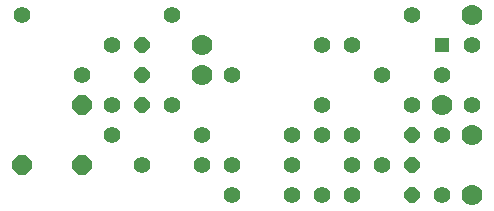
<source format=gtl>
G75*
%MOIN*%
%OFA0B0*%
%FSLAX25Y25*%
%IPPOS*%
%LPD*%
%AMOC8*
5,1,8,0,0,1.08239X$1,22.5*
%
%ADD10C,0.07000*%
%ADD11C,0.05543*%
%ADD12R,0.04756X0.04756*%
%ADD13OC8,0.06496*%
%ADD14OC8,0.05150*%
D10*
X0080013Y0060267D03*
X0080013Y0070267D03*
X0160013Y0050267D03*
X0170013Y0040267D03*
X0170013Y0020267D03*
X0170013Y0080267D03*
D11*
X0170013Y0070267D03*
X0160013Y0060267D03*
X0150013Y0050267D03*
X0140013Y0060267D03*
X0130013Y0070267D03*
X0120013Y0070267D03*
X0090013Y0060267D03*
X0070013Y0050267D03*
X0080013Y0040267D03*
X0080013Y0030267D03*
X0090013Y0030267D03*
X0090013Y0020267D03*
X0110013Y0020267D03*
X0120013Y0020267D03*
X0130013Y0020267D03*
X0130013Y0030267D03*
X0140013Y0030267D03*
X0130013Y0040267D03*
X0120013Y0040267D03*
X0110013Y0040267D03*
X0110013Y0030267D03*
X0120013Y0050267D03*
X0160013Y0040267D03*
X0170013Y0050267D03*
X0150013Y0080267D03*
X0070013Y0080267D03*
X0050013Y0070267D03*
X0040013Y0060267D03*
X0050013Y0050267D03*
X0050013Y0040267D03*
X0060013Y0030267D03*
X0020013Y0080267D03*
X0160013Y0020267D03*
D12*
X0160013Y0070267D03*
D13*
X0020013Y0030267D03*
X0040013Y0030267D03*
X0040013Y0050267D03*
D14*
X0060013Y0050267D03*
X0060013Y0060267D03*
X0060013Y0070267D03*
X0150013Y0040267D03*
X0150013Y0030267D03*
X0150013Y0020267D03*
M02*

</source>
